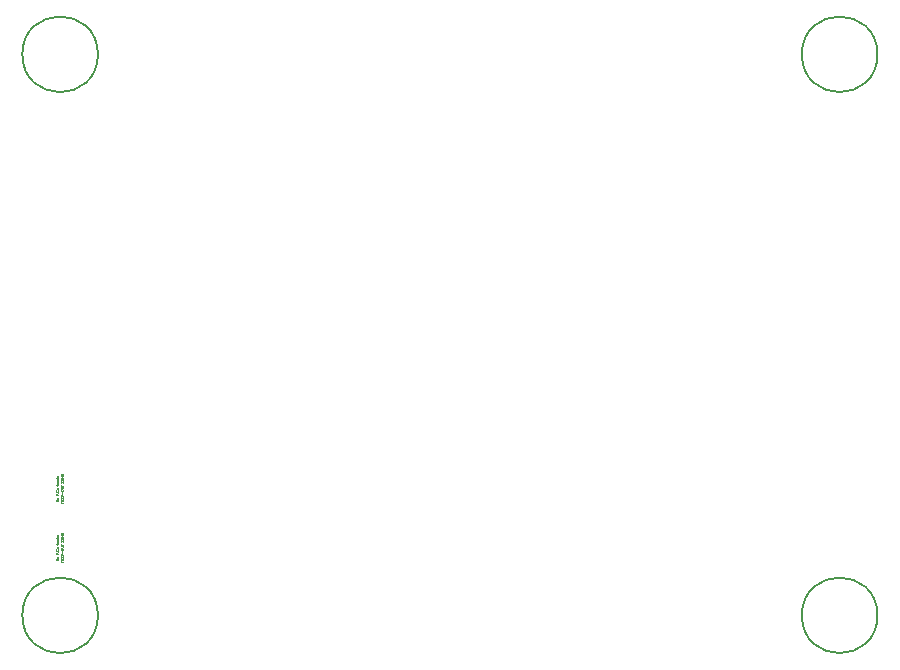
<source format=gbr>
%TF.GenerationSoftware,KiCad,Pcbnew,8.0.2*%
%TF.CreationDate,2024-09-22T00:14:53+02:00*%
%TF.ProjectId,solenoidDecoder,736f6c65-6e6f-4696-9444-65636f646572,rev?*%
%TF.SameCoordinates,Original*%
%TF.FileFunction,Other,Comment*%
%FSLAX46Y46*%
G04 Gerber Fmt 4.6, Leading zero omitted, Abs format (unit mm)*
G04 Created by KiCad (PCBNEW 8.0.2) date 2024-09-22 00:14:53*
%MOMM*%
%LPD*%
G01*
G04 APERTURE LIST*
%ADD10C,0.030000*%
%ADD11C,0.150000*%
G04 APERTURE END LIST*
D10*
X91838963Y-75843952D02*
X91638963Y-75843952D01*
X91638963Y-75843952D02*
X91838963Y-75729667D01*
X91838963Y-75729667D02*
X91638963Y-75729667D01*
X91838963Y-75605857D02*
X91829440Y-75624905D01*
X91829440Y-75624905D02*
X91819916Y-75634428D01*
X91819916Y-75634428D02*
X91800868Y-75643952D01*
X91800868Y-75643952D02*
X91743725Y-75643952D01*
X91743725Y-75643952D02*
X91724678Y-75634428D01*
X91724678Y-75634428D02*
X91715154Y-75624905D01*
X91715154Y-75624905D02*
X91705630Y-75605857D01*
X91705630Y-75605857D02*
X91705630Y-75577286D01*
X91705630Y-75577286D02*
X91715154Y-75558238D01*
X91715154Y-75558238D02*
X91724678Y-75548714D01*
X91724678Y-75548714D02*
X91743725Y-75539190D01*
X91743725Y-75539190D02*
X91800868Y-75539190D01*
X91800868Y-75539190D02*
X91819916Y-75548714D01*
X91819916Y-75548714D02*
X91829440Y-75558238D01*
X91829440Y-75558238D02*
X91838963Y-75577286D01*
X91838963Y-75577286D02*
X91838963Y-75605857D01*
X91734201Y-75234429D02*
X91734201Y-75301095D01*
X91838963Y-75301095D02*
X91638963Y-75301095D01*
X91638963Y-75301095D02*
X91638963Y-75205857D01*
X91819916Y-75129666D02*
X91829440Y-75120143D01*
X91829440Y-75120143D02*
X91838963Y-75129666D01*
X91838963Y-75129666D02*
X91829440Y-75139190D01*
X91829440Y-75139190D02*
X91819916Y-75129666D01*
X91819916Y-75129666D02*
X91838963Y-75129666D01*
X91819916Y-74920143D02*
X91829440Y-74929667D01*
X91829440Y-74929667D02*
X91838963Y-74958238D01*
X91838963Y-74958238D02*
X91838963Y-74977286D01*
X91838963Y-74977286D02*
X91829440Y-75005857D01*
X91829440Y-75005857D02*
X91810392Y-75024905D01*
X91810392Y-75024905D02*
X91791344Y-75034428D01*
X91791344Y-75034428D02*
X91753249Y-75043952D01*
X91753249Y-75043952D02*
X91724678Y-75043952D01*
X91724678Y-75043952D02*
X91686582Y-75034428D01*
X91686582Y-75034428D02*
X91667535Y-75024905D01*
X91667535Y-75024905D02*
X91648487Y-75005857D01*
X91648487Y-75005857D02*
X91638963Y-74977286D01*
X91638963Y-74977286D02*
X91638963Y-74958238D01*
X91638963Y-74958238D02*
X91648487Y-74929667D01*
X91648487Y-74929667D02*
X91658011Y-74920143D01*
X91705630Y-74748714D02*
X91838963Y-74748714D01*
X91705630Y-74834428D02*
X91810392Y-74834428D01*
X91810392Y-74834428D02*
X91829440Y-74824905D01*
X91829440Y-74824905D02*
X91838963Y-74805857D01*
X91838963Y-74805857D02*
X91838963Y-74777286D01*
X91838963Y-74777286D02*
X91829440Y-74758238D01*
X91829440Y-74758238D02*
X91819916Y-74748714D01*
X91705630Y-74529667D02*
X91705630Y-74453476D01*
X91638963Y-74501095D02*
X91810392Y-74501095D01*
X91810392Y-74501095D02*
X91829440Y-74491572D01*
X91829440Y-74491572D02*
X91838963Y-74472524D01*
X91838963Y-74472524D02*
X91838963Y-74453476D01*
X91838963Y-74386809D02*
X91705630Y-74386809D01*
X91743725Y-74386809D02*
X91724678Y-74377286D01*
X91724678Y-74377286D02*
X91715154Y-74367762D01*
X91715154Y-74367762D02*
X91705630Y-74348714D01*
X91705630Y-74348714D02*
X91705630Y-74329667D01*
X91838963Y-74177285D02*
X91734201Y-74177285D01*
X91734201Y-74177285D02*
X91715154Y-74186809D01*
X91715154Y-74186809D02*
X91705630Y-74205857D01*
X91705630Y-74205857D02*
X91705630Y-74243952D01*
X91705630Y-74243952D02*
X91715154Y-74262999D01*
X91829440Y-74177285D02*
X91838963Y-74196333D01*
X91838963Y-74196333D02*
X91838963Y-74243952D01*
X91838963Y-74243952D02*
X91829440Y-74262999D01*
X91829440Y-74262999D02*
X91810392Y-74272523D01*
X91810392Y-74272523D02*
X91791344Y-74272523D01*
X91791344Y-74272523D02*
X91772297Y-74262999D01*
X91772297Y-74262999D02*
X91762773Y-74243952D01*
X91762773Y-74243952D02*
X91762773Y-74196333D01*
X91762773Y-74196333D02*
X91753249Y-74177285D01*
X91829440Y-73996333D02*
X91838963Y-74015381D01*
X91838963Y-74015381D02*
X91838963Y-74053476D01*
X91838963Y-74053476D02*
X91829440Y-74072524D01*
X91829440Y-74072524D02*
X91819916Y-74082047D01*
X91819916Y-74082047D02*
X91800868Y-74091571D01*
X91800868Y-74091571D02*
X91743725Y-74091571D01*
X91743725Y-74091571D02*
X91724678Y-74082047D01*
X91724678Y-74082047D02*
X91715154Y-74072524D01*
X91715154Y-74072524D02*
X91705630Y-74053476D01*
X91705630Y-74053476D02*
X91705630Y-74015381D01*
X91705630Y-74015381D02*
X91715154Y-73996333D01*
X91838963Y-73910618D02*
X91638963Y-73910618D01*
X91762773Y-73891571D02*
X91838963Y-73834428D01*
X91705630Y-73834428D02*
X91781820Y-73910618D01*
X91829440Y-73758237D02*
X91838963Y-73739190D01*
X91838963Y-73739190D02*
X91838963Y-73701094D01*
X91838963Y-73701094D02*
X91829440Y-73682047D01*
X91829440Y-73682047D02*
X91810392Y-73672523D01*
X91810392Y-73672523D02*
X91800868Y-73672523D01*
X91800868Y-73672523D02*
X91781820Y-73682047D01*
X91781820Y-73682047D02*
X91772297Y-73701094D01*
X91772297Y-73701094D02*
X91772297Y-73729666D01*
X91772297Y-73729666D02*
X91762773Y-73748713D01*
X91762773Y-73748713D02*
X91743725Y-73758237D01*
X91743725Y-73758237D02*
X91734201Y-73758237D01*
X91734201Y-73758237D02*
X91715154Y-73748713D01*
X91715154Y-73748713D02*
X91705630Y-73729666D01*
X91705630Y-73729666D02*
X91705630Y-73701094D01*
X91705630Y-73701094D02*
X91715154Y-73682047D01*
X91838963Y-70843952D02*
X91638963Y-70843952D01*
X91638963Y-70843952D02*
X91838963Y-70729667D01*
X91838963Y-70729667D02*
X91638963Y-70729667D01*
X91838963Y-70605857D02*
X91829440Y-70624905D01*
X91829440Y-70624905D02*
X91819916Y-70634428D01*
X91819916Y-70634428D02*
X91800868Y-70643952D01*
X91800868Y-70643952D02*
X91743725Y-70643952D01*
X91743725Y-70643952D02*
X91724678Y-70634428D01*
X91724678Y-70634428D02*
X91715154Y-70624905D01*
X91715154Y-70624905D02*
X91705630Y-70605857D01*
X91705630Y-70605857D02*
X91705630Y-70577286D01*
X91705630Y-70577286D02*
X91715154Y-70558238D01*
X91715154Y-70558238D02*
X91724678Y-70548714D01*
X91724678Y-70548714D02*
X91743725Y-70539190D01*
X91743725Y-70539190D02*
X91800868Y-70539190D01*
X91800868Y-70539190D02*
X91819916Y-70548714D01*
X91819916Y-70548714D02*
X91829440Y-70558238D01*
X91829440Y-70558238D02*
X91838963Y-70577286D01*
X91838963Y-70577286D02*
X91838963Y-70605857D01*
X91734201Y-70234429D02*
X91734201Y-70301095D01*
X91838963Y-70301095D02*
X91638963Y-70301095D01*
X91638963Y-70301095D02*
X91638963Y-70205857D01*
X91819916Y-70129666D02*
X91829440Y-70120143D01*
X91829440Y-70120143D02*
X91838963Y-70129666D01*
X91838963Y-70129666D02*
X91829440Y-70139190D01*
X91829440Y-70139190D02*
X91819916Y-70129666D01*
X91819916Y-70129666D02*
X91838963Y-70129666D01*
X91819916Y-69920143D02*
X91829440Y-69929667D01*
X91829440Y-69929667D02*
X91838963Y-69958238D01*
X91838963Y-69958238D02*
X91838963Y-69977286D01*
X91838963Y-69977286D02*
X91829440Y-70005857D01*
X91829440Y-70005857D02*
X91810392Y-70024905D01*
X91810392Y-70024905D02*
X91791344Y-70034428D01*
X91791344Y-70034428D02*
X91753249Y-70043952D01*
X91753249Y-70043952D02*
X91724678Y-70043952D01*
X91724678Y-70043952D02*
X91686582Y-70034428D01*
X91686582Y-70034428D02*
X91667535Y-70024905D01*
X91667535Y-70024905D02*
X91648487Y-70005857D01*
X91648487Y-70005857D02*
X91638963Y-69977286D01*
X91638963Y-69977286D02*
X91638963Y-69958238D01*
X91638963Y-69958238D02*
X91648487Y-69929667D01*
X91648487Y-69929667D02*
X91658011Y-69920143D01*
X91705630Y-69748714D02*
X91838963Y-69748714D01*
X91705630Y-69834428D02*
X91810392Y-69834428D01*
X91810392Y-69834428D02*
X91829440Y-69824905D01*
X91829440Y-69824905D02*
X91838963Y-69805857D01*
X91838963Y-69805857D02*
X91838963Y-69777286D01*
X91838963Y-69777286D02*
X91829440Y-69758238D01*
X91829440Y-69758238D02*
X91819916Y-69748714D01*
X91705630Y-69529667D02*
X91705630Y-69453476D01*
X91638963Y-69501095D02*
X91810392Y-69501095D01*
X91810392Y-69501095D02*
X91829440Y-69491572D01*
X91829440Y-69491572D02*
X91838963Y-69472524D01*
X91838963Y-69472524D02*
X91838963Y-69453476D01*
X91838963Y-69386809D02*
X91705630Y-69386809D01*
X91743725Y-69386809D02*
X91724678Y-69377286D01*
X91724678Y-69377286D02*
X91715154Y-69367762D01*
X91715154Y-69367762D02*
X91705630Y-69348714D01*
X91705630Y-69348714D02*
X91705630Y-69329667D01*
X91838963Y-69177285D02*
X91734201Y-69177285D01*
X91734201Y-69177285D02*
X91715154Y-69186809D01*
X91715154Y-69186809D02*
X91705630Y-69205857D01*
X91705630Y-69205857D02*
X91705630Y-69243952D01*
X91705630Y-69243952D02*
X91715154Y-69262999D01*
X91829440Y-69177285D02*
X91838963Y-69196333D01*
X91838963Y-69196333D02*
X91838963Y-69243952D01*
X91838963Y-69243952D02*
X91829440Y-69262999D01*
X91829440Y-69262999D02*
X91810392Y-69272523D01*
X91810392Y-69272523D02*
X91791344Y-69272523D01*
X91791344Y-69272523D02*
X91772297Y-69262999D01*
X91772297Y-69262999D02*
X91762773Y-69243952D01*
X91762773Y-69243952D02*
X91762773Y-69196333D01*
X91762773Y-69196333D02*
X91753249Y-69177285D01*
X91829440Y-68996333D02*
X91838963Y-69015381D01*
X91838963Y-69015381D02*
X91838963Y-69053476D01*
X91838963Y-69053476D02*
X91829440Y-69072524D01*
X91829440Y-69072524D02*
X91819916Y-69082047D01*
X91819916Y-69082047D02*
X91800868Y-69091571D01*
X91800868Y-69091571D02*
X91743725Y-69091571D01*
X91743725Y-69091571D02*
X91724678Y-69082047D01*
X91724678Y-69082047D02*
X91715154Y-69072524D01*
X91715154Y-69072524D02*
X91705630Y-69053476D01*
X91705630Y-69053476D02*
X91705630Y-69015381D01*
X91705630Y-69015381D02*
X91715154Y-68996333D01*
X91838963Y-68910618D02*
X91638963Y-68910618D01*
X91762773Y-68891571D02*
X91838963Y-68834428D01*
X91705630Y-68834428D02*
X91781820Y-68910618D01*
X91829440Y-68758237D02*
X91838963Y-68739190D01*
X91838963Y-68739190D02*
X91838963Y-68701094D01*
X91838963Y-68701094D02*
X91829440Y-68682047D01*
X91829440Y-68682047D02*
X91810392Y-68672523D01*
X91810392Y-68672523D02*
X91800868Y-68672523D01*
X91800868Y-68672523D02*
X91781820Y-68682047D01*
X91781820Y-68682047D02*
X91772297Y-68701094D01*
X91772297Y-68701094D02*
X91772297Y-68729666D01*
X91772297Y-68729666D02*
X91762773Y-68748713D01*
X91762773Y-68748713D02*
X91743725Y-68758237D01*
X91743725Y-68758237D02*
X91734201Y-68758237D01*
X91734201Y-68758237D02*
X91715154Y-68748713D01*
X91715154Y-68748713D02*
X91705630Y-68729666D01*
X91705630Y-68729666D02*
X91705630Y-68701094D01*
X91705630Y-68701094D02*
X91715154Y-68682047D01*
X92238963Y-70977284D02*
X92038963Y-70977284D01*
X92238963Y-70862999D02*
X92124678Y-70948713D01*
X92038963Y-70862999D02*
X92153249Y-70977284D01*
X92134201Y-70777284D02*
X92134201Y-70710618D01*
X92238963Y-70682046D02*
X92238963Y-70777284D01*
X92238963Y-70777284D02*
X92038963Y-70777284D01*
X92038963Y-70777284D02*
X92038963Y-70682046D01*
X92134201Y-70596332D02*
X92134201Y-70529666D01*
X92238963Y-70501094D02*
X92238963Y-70596332D01*
X92238963Y-70596332D02*
X92038963Y-70596332D01*
X92038963Y-70596332D02*
X92038963Y-70501094D01*
X92238963Y-70415380D02*
X92038963Y-70415380D01*
X92038963Y-70415380D02*
X92038963Y-70339190D01*
X92038963Y-70339190D02*
X92048487Y-70320142D01*
X92048487Y-70320142D02*
X92058011Y-70310619D01*
X92058011Y-70310619D02*
X92077059Y-70301095D01*
X92077059Y-70301095D02*
X92105630Y-70301095D01*
X92105630Y-70301095D02*
X92124678Y-70310619D01*
X92124678Y-70310619D02*
X92134201Y-70320142D01*
X92134201Y-70320142D02*
X92143725Y-70339190D01*
X92143725Y-70339190D02*
X92143725Y-70415380D01*
X92162773Y-70215380D02*
X92162773Y-70063000D01*
X92038963Y-69929666D02*
X92038963Y-69891571D01*
X92038963Y-69891571D02*
X92048487Y-69872523D01*
X92048487Y-69872523D02*
X92067535Y-69853476D01*
X92067535Y-69853476D02*
X92105630Y-69843952D01*
X92105630Y-69843952D02*
X92172297Y-69843952D01*
X92172297Y-69843952D02*
X92210392Y-69853476D01*
X92210392Y-69853476D02*
X92229440Y-69872523D01*
X92229440Y-69872523D02*
X92238963Y-69891571D01*
X92238963Y-69891571D02*
X92238963Y-69929666D01*
X92238963Y-69929666D02*
X92229440Y-69948714D01*
X92229440Y-69948714D02*
X92210392Y-69967761D01*
X92210392Y-69967761D02*
X92172297Y-69977285D01*
X92172297Y-69977285D02*
X92105630Y-69977285D01*
X92105630Y-69977285D02*
X92067535Y-69967761D01*
X92067535Y-69967761D02*
X92048487Y-69948714D01*
X92048487Y-69948714D02*
X92038963Y-69929666D01*
X92038963Y-69758237D02*
X92200868Y-69758237D01*
X92200868Y-69758237D02*
X92219916Y-69748714D01*
X92219916Y-69748714D02*
X92229440Y-69739190D01*
X92229440Y-69739190D02*
X92238963Y-69720142D01*
X92238963Y-69720142D02*
X92238963Y-69682047D01*
X92238963Y-69682047D02*
X92229440Y-69662999D01*
X92229440Y-69662999D02*
X92219916Y-69653476D01*
X92219916Y-69653476D02*
X92200868Y-69643952D01*
X92200868Y-69643952D02*
X92038963Y-69643952D01*
X92038963Y-69577285D02*
X92038963Y-69462999D01*
X92238963Y-69520142D02*
X92038963Y-69520142D01*
X92038963Y-69262999D02*
X92038963Y-69129666D01*
X92038963Y-69129666D02*
X92238963Y-69262999D01*
X92238963Y-69262999D02*
X92238963Y-69129666D01*
X92038963Y-69015380D02*
X92038963Y-68977285D01*
X92038963Y-68977285D02*
X92048487Y-68958237D01*
X92048487Y-68958237D02*
X92067535Y-68939190D01*
X92067535Y-68939190D02*
X92105630Y-68929666D01*
X92105630Y-68929666D02*
X92172297Y-68929666D01*
X92172297Y-68929666D02*
X92210392Y-68939190D01*
X92210392Y-68939190D02*
X92229440Y-68958237D01*
X92229440Y-68958237D02*
X92238963Y-68977285D01*
X92238963Y-68977285D02*
X92238963Y-69015380D01*
X92238963Y-69015380D02*
X92229440Y-69034428D01*
X92229440Y-69034428D02*
X92210392Y-69053475D01*
X92210392Y-69053475D02*
X92172297Y-69062999D01*
X92172297Y-69062999D02*
X92105630Y-69062999D01*
X92105630Y-69062999D02*
X92067535Y-69053475D01*
X92067535Y-69053475D02*
X92048487Y-69034428D01*
X92048487Y-69034428D02*
X92038963Y-69015380D01*
X92238963Y-68843951D02*
X92038963Y-68843951D01*
X92038963Y-68843951D02*
X92238963Y-68729666D01*
X92238963Y-68729666D02*
X92038963Y-68729666D01*
X92134201Y-68634427D02*
X92134201Y-68567761D01*
X92238963Y-68539189D02*
X92238963Y-68634427D01*
X92238963Y-68634427D02*
X92038963Y-68634427D01*
X92038963Y-68634427D02*
X92038963Y-68539189D01*
X92238963Y-75977284D02*
X92038963Y-75977284D01*
X92238963Y-75862999D02*
X92124678Y-75948713D01*
X92038963Y-75862999D02*
X92153249Y-75977284D01*
X92134201Y-75777284D02*
X92134201Y-75710618D01*
X92238963Y-75682046D02*
X92238963Y-75777284D01*
X92238963Y-75777284D02*
X92038963Y-75777284D01*
X92038963Y-75777284D02*
X92038963Y-75682046D01*
X92134201Y-75596332D02*
X92134201Y-75529666D01*
X92238963Y-75501094D02*
X92238963Y-75596332D01*
X92238963Y-75596332D02*
X92038963Y-75596332D01*
X92038963Y-75596332D02*
X92038963Y-75501094D01*
X92238963Y-75415380D02*
X92038963Y-75415380D01*
X92038963Y-75415380D02*
X92038963Y-75339190D01*
X92038963Y-75339190D02*
X92048487Y-75320142D01*
X92048487Y-75320142D02*
X92058011Y-75310619D01*
X92058011Y-75310619D02*
X92077059Y-75301095D01*
X92077059Y-75301095D02*
X92105630Y-75301095D01*
X92105630Y-75301095D02*
X92124678Y-75310619D01*
X92124678Y-75310619D02*
X92134201Y-75320142D01*
X92134201Y-75320142D02*
X92143725Y-75339190D01*
X92143725Y-75339190D02*
X92143725Y-75415380D01*
X92162773Y-75215380D02*
X92162773Y-75063000D01*
X92038963Y-74929666D02*
X92038963Y-74891571D01*
X92038963Y-74891571D02*
X92048487Y-74872523D01*
X92048487Y-74872523D02*
X92067535Y-74853476D01*
X92067535Y-74853476D02*
X92105630Y-74843952D01*
X92105630Y-74843952D02*
X92172297Y-74843952D01*
X92172297Y-74843952D02*
X92210392Y-74853476D01*
X92210392Y-74853476D02*
X92229440Y-74872523D01*
X92229440Y-74872523D02*
X92238963Y-74891571D01*
X92238963Y-74891571D02*
X92238963Y-74929666D01*
X92238963Y-74929666D02*
X92229440Y-74948714D01*
X92229440Y-74948714D02*
X92210392Y-74967761D01*
X92210392Y-74967761D02*
X92172297Y-74977285D01*
X92172297Y-74977285D02*
X92105630Y-74977285D01*
X92105630Y-74977285D02*
X92067535Y-74967761D01*
X92067535Y-74967761D02*
X92048487Y-74948714D01*
X92048487Y-74948714D02*
X92038963Y-74929666D01*
X92038963Y-74758237D02*
X92200868Y-74758237D01*
X92200868Y-74758237D02*
X92219916Y-74748714D01*
X92219916Y-74748714D02*
X92229440Y-74739190D01*
X92229440Y-74739190D02*
X92238963Y-74720142D01*
X92238963Y-74720142D02*
X92238963Y-74682047D01*
X92238963Y-74682047D02*
X92229440Y-74662999D01*
X92229440Y-74662999D02*
X92219916Y-74653476D01*
X92219916Y-74653476D02*
X92200868Y-74643952D01*
X92200868Y-74643952D02*
X92038963Y-74643952D01*
X92038963Y-74577285D02*
X92038963Y-74462999D01*
X92238963Y-74520142D02*
X92038963Y-74520142D01*
X92038963Y-74262999D02*
X92038963Y-74129666D01*
X92038963Y-74129666D02*
X92238963Y-74262999D01*
X92238963Y-74262999D02*
X92238963Y-74129666D01*
X92038963Y-74015380D02*
X92038963Y-73977285D01*
X92038963Y-73977285D02*
X92048487Y-73958237D01*
X92048487Y-73958237D02*
X92067535Y-73939190D01*
X92067535Y-73939190D02*
X92105630Y-73929666D01*
X92105630Y-73929666D02*
X92172297Y-73929666D01*
X92172297Y-73929666D02*
X92210392Y-73939190D01*
X92210392Y-73939190D02*
X92229440Y-73958237D01*
X92229440Y-73958237D02*
X92238963Y-73977285D01*
X92238963Y-73977285D02*
X92238963Y-74015380D01*
X92238963Y-74015380D02*
X92229440Y-74034428D01*
X92229440Y-74034428D02*
X92210392Y-74053475D01*
X92210392Y-74053475D02*
X92172297Y-74062999D01*
X92172297Y-74062999D02*
X92105630Y-74062999D01*
X92105630Y-74062999D02*
X92067535Y-74053475D01*
X92067535Y-74053475D02*
X92048487Y-74034428D01*
X92048487Y-74034428D02*
X92038963Y-74015380D01*
X92238963Y-73843951D02*
X92038963Y-73843951D01*
X92038963Y-73843951D02*
X92238963Y-73729666D01*
X92238963Y-73729666D02*
X92038963Y-73729666D01*
X92134201Y-73634427D02*
X92134201Y-73567761D01*
X92238963Y-73539189D02*
X92238963Y-73634427D01*
X92238963Y-73634427D02*
X92038963Y-73634427D01*
X92038963Y-73634427D02*
X92038963Y-73539189D01*
D11*
%TO.C,REF\u002A\u002A*%
X161200000Y-33000000D02*
G75*
G02*
X154800000Y-33000000I-3200000J0D01*
G01*
X154800000Y-33000000D02*
G75*
G02*
X161200000Y-33000000I3200000J0D01*
G01*
X161200000Y-80500000D02*
G75*
G02*
X154800000Y-80500000I-3200000J0D01*
G01*
X154800000Y-80500000D02*
G75*
G02*
X161200000Y-80500000I3200000J0D01*
G01*
X95200000Y-33000000D02*
G75*
G02*
X88800000Y-33000000I-3200000J0D01*
G01*
X88800000Y-33000000D02*
G75*
G02*
X95200000Y-33000000I3200000J0D01*
G01*
X95200000Y-80500000D02*
G75*
G02*
X88800000Y-80500000I-3200000J0D01*
G01*
X88800000Y-80500000D02*
G75*
G02*
X95200000Y-80500000I3200000J0D01*
G01*
%TD*%
M02*

</source>
